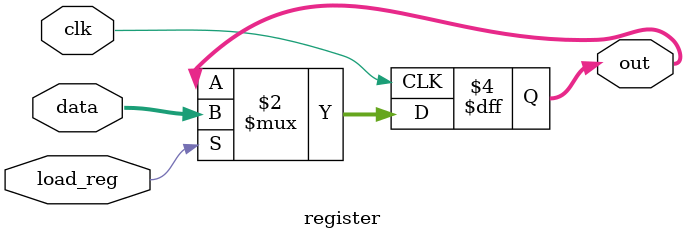
<source format=v>
`timescale 1ns / 1ps

module register(
    input wire clk,
    input load_reg,
    input [31:0] data,
    output reg [31:0] out
    );
    
    always @ (posedge clk) begin
        if (load_reg) begin
            out <= data;
        end
    end
    
endmodule

</source>
